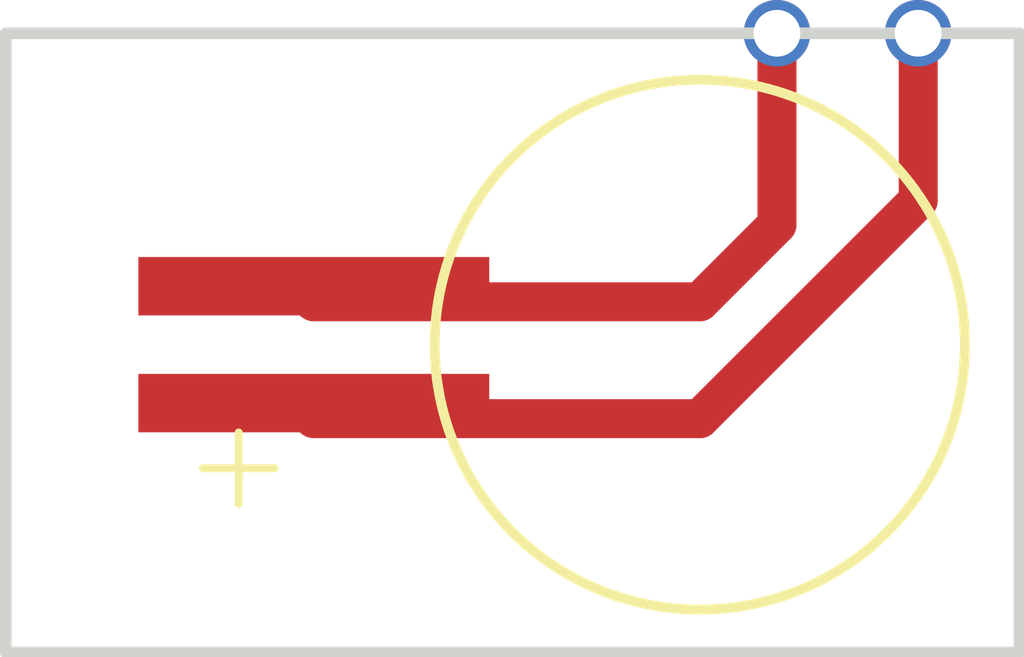
<source format=kicad_pcb>
(kicad_pcb (version 20171130) (host pcbnew "(5.0.2)-1")

  (general
    (thickness 1.6)
    (drawings 4)
    (tracks 8)
    (zones 0)
    (modules 1)
    (nets 3)
  )

  (page A4)
  (layers
    (0 Top signal)
    (31 Bottom signal)
    (32 B.Adhes user)
    (33 F.Adhes user)
    (34 B.Paste user)
    (35 F.Paste user)
    (36 B.SilkS user)
    (37 F.SilkS user)
    (38 B.Mask user)
    (39 F.Mask user)
    (40 Dwgs.User user)
    (41 Cmts.User user)
    (42 Eco1.User user)
    (43 Eco2.User user)
    (44 Edge.Cuts user)
    (45 Margin user)
    (46 B.CrtYd user)
    (47 F.CrtYd user)
    (48 B.Fab user)
    (49 F.Fab user)
  )

  (setup
    (last_trace_width 0.127)
    (trace_clearance 0.1524)
    (zone_clearance 0.508)
    (zone_45_only no)
    (trace_min 0.127)
    (segment_width 0.2)
    (edge_width 0.2)
    (via_size 0.508)
    (via_drill 0.254)
    (via_min_size 0.4)
    (via_min_drill 0.254)
    (uvia_size 0.3)
    (uvia_drill 0.1)
    (uvias_allowed no)
    (uvia_min_size 0.2)
    (uvia_min_drill 0.1)
    (pcb_text_width 0.3)
    (pcb_text_size 1.5 1.5)
    (mod_edge_width 0.15)
    (mod_text_size 1 1)
    (mod_text_width 0.15)
    (pad_size 1.524 1.524)
    (pad_drill 0.762)
    (pad_to_mask_clearance 0.051)
    (solder_mask_min_width 0.25)
    (aux_axis_origin 0 0)
    (visible_elements 7FFFFFFF)
    (pcbplotparams
      (layerselection 0x010fc_ffffffff)
      (usegerberextensions false)
      (usegerberattributes false)
      (usegerberadvancedattributes false)
      (creategerberjobfile false)
      (excludeedgelayer true)
      (linewidth 0.100000)
      (plotframeref false)
      (viasonmask false)
      (mode 1)
      (useauxorigin false)
      (hpglpennumber 1)
      (hpglpenspeed 20)
      (hpglpendiameter 15.000000)
      (psnegative false)
      (psa4output false)
      (plotreference true)
      (plotvalue true)
      (plotinvisibletext false)
      (padsonsilk false)
      (subtractmaskfromsilk false)
      (outputformat 1)
      (mirror false)
      (drillshape 1)
      (scaleselection 1)
      (outputdirectory ""))
  )

  (net 0 "")
  (net 1 GND)
  (net 2 /battery/VBAT)

  (net_class Default "This is the default net class."
    (clearance 0.1524)
    (trace_width 0.127)
    (via_dia 0.508)
    (via_drill 0.254)
    (uvia_dia 0.3)
    (uvia_drill 0.1)
    (add_net /battery/VBAT)
    (add_net GND)
  )

  (module ringRemote:ML621S (layer Top) (tedit 0) (tstamp 5C47ECA7)
    (at 151.5 111.3 270)
    (path /5C488A08/5C491E03)
    (fp_text reference U$5 (at 0 0 270) (layer F.SilkS) hide
      (effects (font (size 1.27 1.27) (thickness 0.15)))
    )
    (fp_text value ML621S (at 0 0 270) (layer F.SilkS) hide
      (effects (font (size 1.27 1.27) (thickness 0.15)))
    )
    (fp_circle (center 0 0) (end 3.4 0) (layer F.SilkS) (width 0.127))
    (fp_text user + (at 2.4 5.3 270) (layer F.SilkS)
      (effects (font (size 1.2065 1.2065) (thickness 0.1016)) (justify left bottom))
    )
    (pad P$1 smd rect (at 0.75 4.95 270) (size 0.75 4.5) (layers Top F.Paste F.Mask)
      (net 2 /battery/VBAT) (solder_mask_margin 0.0635))
    (pad P$2 smd rect (at -0.75 4.95 270) (size 0.75 4.5) (layers Top F.Paste F.Mask)
      (net 1 GND) (solder_mask_margin 0.0635))
  )

  (gr_line (start 155.6011 115.25) (end 155.6011 107.3036) (layer Edge.Cuts) (width 0.15))
  (gr_line (start 142.6011 115.25) (end 155.6011 115.25) (layer Edge.Cuts) (width 0.15))
  (gr_line (start 142.6011 107.3036) (end 142.6011 115.25) (layer Edge.Cuts) (width 0.15))
  (gr_line (start 142.6011 107.3036) (end 155.6011 107.3036) (layer Edge.Cuts) (width 0.15) (tstamp 183A7440))

  (via (at 152.49 107.3036) (size 0.854) (drill 0.6) (layers Top Bottom) (net 1))
  (segment (start 152.49 107.3036) (end 152.49 109.76) (width 0.5) (layer Top) (net 1))
  (segment (start 151.5 110.75) (end 146.55 110.75) (width 0.5) (layer Top) (net 1))
  (segment (start 152.49 109.76) (end 151.5 110.75) (width 0.5) (layer Top) (net 1))
  (via (at 154.3011 107.3036) (size 0.854) (drill 0.6) (layers Top Bottom) (net 2) (tstamp 17C8B130))
  (segment (start 154.3011 107.3036) (end 154.3011 109.4489) (width 0.5) (layer Top) (net 2))
  (segment (start 151.5 112.25) (end 146.55 112.25) (width 0.5) (layer Top) (net 2))
  (segment (start 154.3011 109.4489) (end 151.5 112.25) (width 0.5) (layer Top) (net 2))

)

</source>
